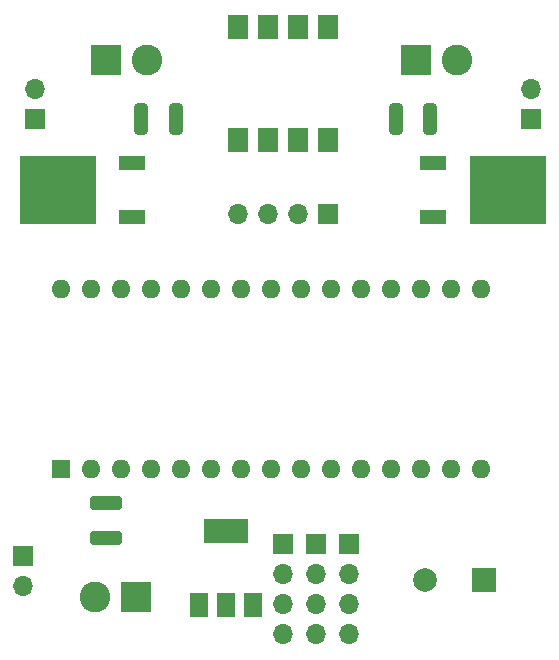
<source format=gbr>
%TF.GenerationSoftware,KiCad,Pcbnew,(6.0.1)*%
%TF.CreationDate,2022-02-20T18:55:47+01:00*%
%TF.ProjectId,NANOFC,4e414e4f-4643-42e6-9b69-6361645f7063,rev?*%
%TF.SameCoordinates,Original*%
%TF.FileFunction,Soldermask,Bot*%
%TF.FilePolarity,Negative*%
%FSLAX46Y46*%
G04 Gerber Fmt 4.6, Leading zero omitted, Abs format (unit mm)*
G04 Created by KiCad (PCBNEW (6.0.1)) date 2022-02-20 18:55:47*
%MOMM*%
%LPD*%
G01*
G04 APERTURE LIST*
G04 Aperture macros list*
%AMRoundRect*
0 Rectangle with rounded corners*
0 $1 Rounding radius*
0 $2 $3 $4 $5 $6 $7 $8 $9 X,Y pos of 4 corners*
0 Add a 4 corners polygon primitive as box body*
4,1,4,$2,$3,$4,$5,$6,$7,$8,$9,$2,$3,0*
0 Add four circle primitives for the rounded corners*
1,1,$1+$1,$2,$3*
1,1,$1+$1,$4,$5*
1,1,$1+$1,$6,$7*
1,1,$1+$1,$8,$9*
0 Add four rect primitives between the rounded corners*
20,1,$1+$1,$2,$3,$4,$5,0*
20,1,$1+$1,$4,$5,$6,$7,0*
20,1,$1+$1,$6,$7,$8,$9,0*
20,1,$1+$1,$8,$9,$2,$3,0*%
G04 Aperture macros list end*
%ADD10R,2.600000X2.600000*%
%ADD11C,2.600000*%
%ADD12R,1.700000X1.700000*%
%ADD13O,1.700000X1.700000*%
%ADD14R,2.000000X2.000000*%
%ADD15C,2.000000*%
%ADD16R,1.600000X1.600000*%
%ADD17O,1.600000X1.600000*%
%ADD18R,2.200000X1.200000*%
%ADD19R,6.400000X5.800000*%
%ADD20RoundRect,0.250000X0.312500X1.075000X-0.312500X1.075000X-0.312500X-1.075000X0.312500X-1.075000X0*%
%ADD21RoundRect,0.250000X1.100000X-0.325000X1.100000X0.325000X-1.100000X0.325000X-1.100000X-0.325000X0*%
%ADD22R,1.500000X2.000000*%
%ADD23R,3.800000X2.000000*%
%ADD24R,1.780000X2.000000*%
G04 APERTURE END LIST*
D10*
%TO.C,Pyro 2*%
X160000000Y-67000000D03*
D11*
X163500000Y-67000000D03*
%TD*%
D12*
%TO.C,Master ARM*%
X153000000Y-109000000D03*
D13*
X153000000Y-111540000D03*
%TD*%
D14*
%TO.C,BZ1*%
X192000000Y-111000000D03*
D15*
X187000000Y-111000000D03*
%TD*%
D12*
%TO.C,J3*%
X178800000Y-80000000D03*
D13*
X176260000Y-80000000D03*
X173720000Y-80000000D03*
X171180000Y-80000000D03*
%TD*%
D12*
%TO.C,GND*%
X180600000Y-108000000D03*
D13*
X180600000Y-110540000D03*
X180600000Y-113080000D03*
X180600000Y-115620000D03*
%TD*%
D16*
%TO.C,A1*%
X156210000Y-101590000D03*
D17*
X158750000Y-101590000D03*
X161290000Y-101590000D03*
X163830000Y-101590000D03*
X166370000Y-101590000D03*
X168910000Y-101590000D03*
X171450000Y-101590000D03*
X173990000Y-101590000D03*
X176530000Y-101590000D03*
X179070000Y-101590000D03*
X181610000Y-101590000D03*
X184150000Y-101590000D03*
X186690000Y-101590000D03*
X189230000Y-101590000D03*
X191770000Y-101590000D03*
X191770000Y-86350000D03*
X189230000Y-86350000D03*
X186690000Y-86350000D03*
X184150000Y-86350000D03*
X181610000Y-86350000D03*
X179070000Y-86350000D03*
X176530000Y-86350000D03*
X173990000Y-86350000D03*
X171450000Y-86350000D03*
X168910000Y-86350000D03*
X166370000Y-86350000D03*
X163830000Y-86350000D03*
X161290000Y-86350000D03*
X158750000Y-86350000D03*
X156210000Y-86350000D03*
%TD*%
D12*
%TO.C,P1 Arm*%
X196000000Y-72000000D03*
D13*
X196000000Y-69460000D03*
%TD*%
D12*
%TO.C,V+*%
X177800000Y-108000000D03*
D13*
X177800000Y-110540000D03*
X177800000Y-113080000D03*
X177800000Y-115620000D03*
%TD*%
D10*
%TO.C,Pyro 1*%
X186250000Y-67000000D03*
D11*
X189750000Y-67000000D03*
%TD*%
D10*
%TO.C,Power in*%
X162560000Y-112455000D03*
D11*
X159060000Y-112455000D03*
%TD*%
D12*
%TO.C,P2 Arm*%
X154000000Y-72000000D03*
D13*
X154000000Y-69460000D03*
%TD*%
D12*
%TO.C,SIG*%
X175000000Y-108000000D03*
D13*
X175000000Y-110540000D03*
X175000000Y-113080000D03*
X175000000Y-115620000D03*
%TD*%
D18*
%TO.C,Q1*%
X187700000Y-80280000D03*
D19*
X194000000Y-78000000D03*
D18*
X187700000Y-75720000D03*
%TD*%
D20*
%TO.C,R1*%
X187462500Y-72000000D03*
X184537500Y-72000000D03*
%TD*%
D21*
%TO.C,C1*%
X160000000Y-107475000D03*
X160000000Y-104525000D03*
%TD*%
D18*
%TO.C,Q2*%
X162200000Y-75720000D03*
D19*
X155900000Y-78000000D03*
D18*
X162200000Y-80280000D03*
%TD*%
D22*
%TO.C,U1*%
X172480000Y-113150000D03*
D23*
X170180000Y-106850000D03*
D22*
X170180000Y-113150000D03*
X167880000Y-113150000D03*
%TD*%
D24*
%TO.C,U2*%
X178810000Y-73765000D03*
X176270000Y-73765000D03*
X173730000Y-73765000D03*
X171190000Y-73765000D03*
X171190000Y-64235000D03*
X173730000Y-64235000D03*
X176270000Y-64235000D03*
X178810000Y-64235000D03*
%TD*%
D20*
%TO.C,R2*%
X165925000Y-72000000D03*
X163000000Y-72000000D03*
%TD*%
M02*

</source>
